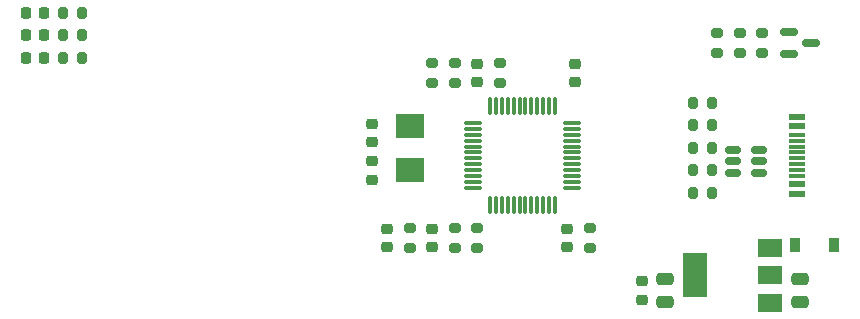
<source format=gbr>
G04 #@! TF.GenerationSoftware,KiCad,Pcbnew,6.0.4+dfsg-1+b1*
G04 #@! TF.CreationDate,2022-05-04T20:28:47+08:00*
G04 #@! TF.ProjectId,prgstl,70726773-746c-42e6-9b69-6361645f7063,a*
G04 #@! TF.SameCoordinates,Original*
G04 #@! TF.FileFunction,Paste,Top*
G04 #@! TF.FilePolarity,Positive*
%FSLAX46Y46*%
G04 Gerber Fmt 4.6, Leading zero omitted, Abs format (unit mm)*
G04 Created by KiCad (PCBNEW 6.0.4+dfsg-1+b1) date 2022-05-04 20:28:47*
%MOMM*%
%LPD*%
G01*
G04 APERTURE LIST*
G04 Aperture macros list*
%AMRoundRect*
0 Rectangle with rounded corners*
0 $1 Rounding radius*
0 $2 $3 $4 $5 $6 $7 $8 $9 X,Y pos of 4 corners*
0 Add a 4 corners polygon primitive as box body*
4,1,4,$2,$3,$4,$5,$6,$7,$8,$9,$2,$3,0*
0 Add four circle primitives for the rounded corners*
1,1,$1+$1,$2,$3*
1,1,$1+$1,$4,$5*
1,1,$1+$1,$6,$7*
1,1,$1+$1,$8,$9*
0 Add four rect primitives between the rounded corners*
20,1,$1+$1,$2,$3,$4,$5,0*
20,1,$1+$1,$4,$5,$6,$7,0*
20,1,$1+$1,$6,$7,$8,$9,0*
20,1,$1+$1,$8,$9,$2,$3,0*%
G04 Aperture macros list end*
%ADD10R,0.900000X1.200000*%
%ADD11R,1.450000X0.600000*%
%ADD12R,1.450000X0.300000*%
%ADD13RoundRect,0.225000X0.250000X-0.225000X0.250000X0.225000X-0.250000X0.225000X-0.250000X-0.225000X0*%
%ADD14RoundRect,0.225000X-0.250000X0.225000X-0.250000X-0.225000X0.250000X-0.225000X0.250000X0.225000X0*%
%ADD15R,2.000000X1.500000*%
%ADD16R,2.000000X3.800000*%
%ADD17RoundRect,0.250000X-0.475000X0.250000X-0.475000X-0.250000X0.475000X-0.250000X0.475000X0.250000X0*%
%ADD18RoundRect,0.218750X0.218750X0.256250X-0.218750X0.256250X-0.218750X-0.256250X0.218750X-0.256250X0*%
%ADD19RoundRect,0.200000X-0.200000X-0.275000X0.200000X-0.275000X0.200000X0.275000X-0.200000X0.275000X0*%
%ADD20RoundRect,0.150000X-0.587500X-0.150000X0.587500X-0.150000X0.587500X0.150000X-0.587500X0.150000X0*%
%ADD21RoundRect,0.200000X-0.275000X0.200000X-0.275000X-0.200000X0.275000X-0.200000X0.275000X0.200000X0*%
%ADD22RoundRect,0.200000X0.200000X0.275000X-0.200000X0.275000X-0.200000X-0.275000X0.200000X-0.275000X0*%
%ADD23R,2.400000X2.000000*%
%ADD24RoundRect,0.075000X-0.662500X-0.075000X0.662500X-0.075000X0.662500X0.075000X-0.662500X0.075000X0*%
%ADD25RoundRect,0.075000X-0.075000X-0.662500X0.075000X-0.662500X0.075000X0.662500X-0.075000X0.662500X0*%
%ADD26RoundRect,0.200000X0.275000X-0.200000X0.275000X0.200000X-0.275000X0.200000X-0.275000X-0.200000X0*%
%ADD27RoundRect,0.150000X0.512500X0.150000X-0.512500X0.150000X-0.512500X-0.150000X0.512500X-0.150000X0*%
G04 APERTURE END LIST*
D10*
G04 #@! TO.C,D4*
X182500000Y-109220000D03*
X185800000Y-109220000D03*
G04 #@! TD*
D11*
G04 #@! TO.C,J1*
X182645000Y-104850000D03*
X182645000Y-104050000D03*
D12*
X182645000Y-102850000D03*
X182645000Y-101850000D03*
X182645000Y-101350000D03*
X182645000Y-100350000D03*
D11*
X182645000Y-99150000D03*
X182645000Y-98350000D03*
X182645000Y-98350000D03*
X182645000Y-99150000D03*
D12*
X182645000Y-99850000D03*
X182645000Y-100850000D03*
X182645000Y-102350000D03*
X182645000Y-103350000D03*
D11*
X182645000Y-104050000D03*
X182645000Y-104850000D03*
G04 #@! TD*
D13*
G04 #@! TO.C,C3*
X155575000Y-95390000D03*
X155575000Y-93840000D03*
G04 #@! TD*
G04 #@! TO.C,C4*
X163830000Y-95390000D03*
X163830000Y-93840000D03*
G04 #@! TD*
D14*
G04 #@! TO.C,C5*
X151765000Y-107810000D03*
X151765000Y-109360000D03*
G04 #@! TD*
G04 #@! TO.C,C7*
X163195000Y-107810000D03*
X163195000Y-109360000D03*
G04 #@! TD*
D15*
G04 #@! TO.C,U1*
X180315000Y-114060000D03*
X180315000Y-111760000D03*
D16*
X174015000Y-111760000D03*
D15*
X180315000Y-109460000D03*
G04 #@! TD*
D17*
G04 #@! TO.C,C1*
X182880000Y-112080000D03*
X182880000Y-113980000D03*
G04 #@! TD*
D18*
G04 #@! TO.C,D1*
X118897500Y-89535000D03*
X117322500Y-89535000D03*
G04 #@! TD*
D19*
G04 #@! TO.C,R1*
X120460000Y-89535000D03*
X122110000Y-89535000D03*
G04 #@! TD*
D13*
G04 #@! TO.C,C9*
X146685000Y-100470000D03*
X146685000Y-98920000D03*
G04 #@! TD*
D14*
G04 #@! TO.C,C10*
X146685000Y-102095000D03*
X146685000Y-103645000D03*
G04 #@! TD*
G04 #@! TO.C,C2*
X169545000Y-112255000D03*
X169545000Y-113805000D03*
G04 #@! TD*
D17*
G04 #@! TO.C,C6*
X171450000Y-112080000D03*
X171450000Y-113980000D03*
G04 #@! TD*
D18*
G04 #@! TO.C,D3*
X118897500Y-91440000D03*
X117322500Y-91440000D03*
G04 #@! TD*
D20*
G04 #@! TO.C,Q1*
X181942500Y-91125000D03*
X181942500Y-93025000D03*
X183817500Y-92075000D03*
G04 #@! TD*
D21*
G04 #@! TO.C,R16*
X165100000Y-107760000D03*
X165100000Y-109410000D03*
G04 #@! TD*
D22*
G04 #@! TO.C,R2*
X122110000Y-93345000D03*
X120460000Y-93345000D03*
G04 #@! TD*
D19*
G04 #@! TO.C,R3*
X120460000Y-91440000D03*
X122110000Y-91440000D03*
G04 #@! TD*
D18*
G04 #@! TO.C,D2*
X118897500Y-93345000D03*
X117322500Y-93345000D03*
G04 #@! TD*
D21*
G04 #@! TO.C,R15*
X151765000Y-93790000D03*
X151765000Y-95440000D03*
G04 #@! TD*
D23*
G04 #@! TO.C,Y1*
X149860000Y-99115000D03*
X149860000Y-102815000D03*
G04 #@! TD*
D24*
G04 #@! TO.C,U2*
X155222500Y-98850000D03*
X155222500Y-99350000D03*
X155222500Y-99850000D03*
X155222500Y-100350000D03*
X155222500Y-100850000D03*
X155222500Y-101350000D03*
X155222500Y-101850000D03*
X155222500Y-102350000D03*
X155222500Y-102850000D03*
X155222500Y-103350000D03*
X155222500Y-103850000D03*
X155222500Y-104350000D03*
D25*
X156635000Y-105762500D03*
X157135000Y-105762500D03*
X157635000Y-105762500D03*
X158135000Y-105762500D03*
X158635000Y-105762500D03*
X159135000Y-105762500D03*
X159635000Y-105762500D03*
X160135000Y-105762500D03*
X160635000Y-105762500D03*
X161135000Y-105762500D03*
X161635000Y-105762500D03*
X162135000Y-105762500D03*
D24*
X163547500Y-104350000D03*
X163547500Y-103850000D03*
X163547500Y-103350000D03*
X163547500Y-102850000D03*
X163547500Y-102350000D03*
X163547500Y-101850000D03*
X163547500Y-101350000D03*
X163547500Y-100850000D03*
X163547500Y-100350000D03*
X163547500Y-99850000D03*
X163547500Y-99350000D03*
X163547500Y-98850000D03*
D25*
X162135000Y-97437500D03*
X161635000Y-97437500D03*
X161135000Y-97437500D03*
X160635000Y-97437500D03*
X160135000Y-97437500D03*
X159635000Y-97437500D03*
X159135000Y-97437500D03*
X158635000Y-97437500D03*
X158135000Y-97437500D03*
X157635000Y-97437500D03*
X157135000Y-97437500D03*
X156635000Y-97437500D03*
G04 #@! TD*
D14*
G04 #@! TO.C,C8*
X147955000Y-107810000D03*
X147955000Y-109360000D03*
G04 #@! TD*
D26*
G04 #@! TO.C,R11*
X149860000Y-109410000D03*
X149860000Y-107760000D03*
G04 #@! TD*
D21*
G04 #@! TO.C,R7*
X179705000Y-91250000D03*
X179705000Y-92900000D03*
G04 #@! TD*
D26*
G04 #@! TO.C,R8*
X177800000Y-92900000D03*
X177800000Y-91250000D03*
G04 #@! TD*
G04 #@! TO.C,R13*
X157480000Y-95440000D03*
X157480000Y-93790000D03*
G04 #@! TD*
D21*
G04 #@! TO.C,R12*
X175895000Y-91250000D03*
X175895000Y-92900000D03*
G04 #@! TD*
D26*
G04 #@! TO.C,R14*
X153670000Y-95440000D03*
X153670000Y-93790000D03*
G04 #@! TD*
G04 #@! TO.C,R17*
X153670000Y-109410000D03*
X153670000Y-107760000D03*
G04 #@! TD*
D21*
G04 #@! TO.C,R18*
X155575000Y-107760000D03*
X155575000Y-109410000D03*
G04 #@! TD*
D27*
G04 #@! TO.C,U3*
X179445500Y-103058000D03*
X179445500Y-102108000D03*
X179445500Y-101158000D03*
X177170500Y-101158000D03*
X177170500Y-102108000D03*
X177170500Y-103058000D03*
G04 #@! TD*
D19*
G04 #@! TO.C,R4*
X173800000Y-104775000D03*
X175450000Y-104775000D03*
G04 #@! TD*
G04 #@! TO.C,R10*
X173800000Y-100965000D03*
X175450000Y-100965000D03*
G04 #@! TD*
G04 #@! TO.C,R9*
X173800000Y-102870000D03*
X175450000Y-102870000D03*
G04 #@! TD*
G04 #@! TO.C,R6*
X173800000Y-97155000D03*
X175450000Y-97155000D03*
G04 #@! TD*
G04 #@! TO.C,R5*
X173800000Y-99060000D03*
X175450000Y-99060000D03*
G04 #@! TD*
M02*

</source>
